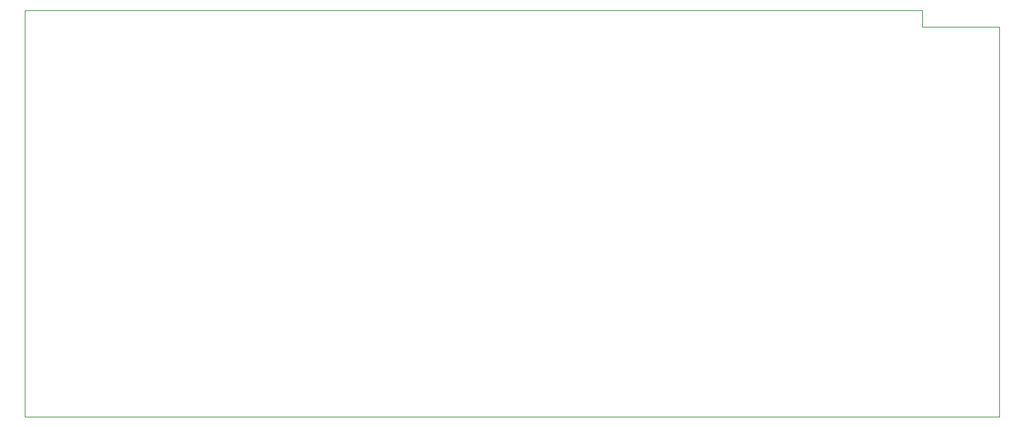
<source format=gm1>
%TF.GenerationSoftware,KiCad,Pcbnew,6.0.0-2.fc35*%
%TF.CreationDate,2022-01-11T17:09:13-08:00*%
%TF.ProjectId,Doorbell,446f6f72-6265-46c6-9c2e-6b696361645f,A*%
%TF.SameCoordinates,Original*%
%TF.FileFunction,Profile,NP*%
%FSLAX46Y46*%
G04 Gerber Fmt 4.6, Leading zero omitted, Abs format (unit mm)*
G04 Created by KiCad (PCBNEW 6.0.0-2.fc35) date 2022-01-11 17:09:13*
%MOMM*%
%LPD*%
G01*
G04 APERTURE LIST*
%TA.AperFunction,Profile*%
%ADD10C,0.050000*%
%TD*%
G04 APERTURE END LIST*
D10*
X200553623Y-76145000D02*
X90023623Y-76145000D01*
X210023623Y-78185000D02*
X210023623Y-126145000D01*
X200553623Y-78185000D02*
X200553623Y-76145000D01*
X90023623Y-126145000D02*
X90023623Y-76145000D01*
X90023623Y-126145000D02*
X210023623Y-126145000D01*
X210023623Y-78185000D02*
X200553623Y-78185000D01*
M02*

</source>
